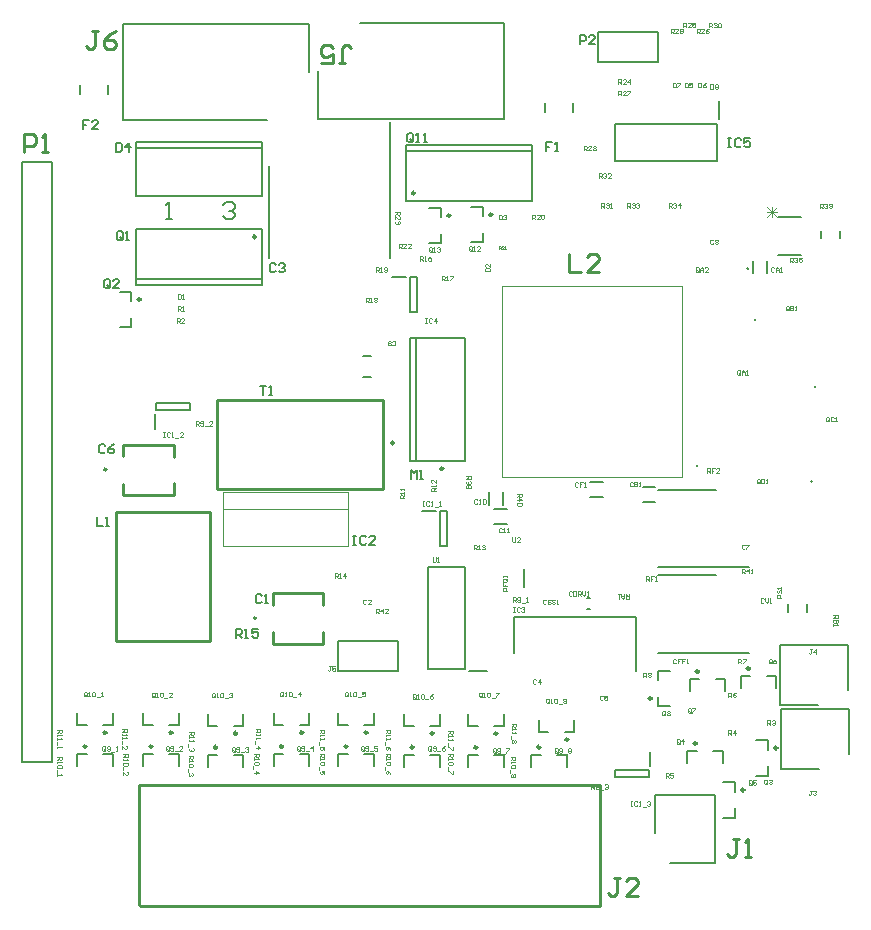
<source format=gto>
G04*
G04 #@! TF.GenerationSoftware,Altium Limited,Altium Designer,19.1.9 (167)*
G04*
G04 Layer_Color=65535*
%FSLAX25Y25*%
%MOIN*%
G70*
G01*
G75*
%ADD10C,0.01000*%
%ADD11C,0.00984*%
%ADD12C,0.00394*%
%ADD13C,0.00787*%
%ADD14C,0.00600*%
%ADD15C,0.00300*%
%ADD16C,0.00591*%
%ADD17C,0.00250*%
%ADD18C,0.00500*%
%ADD19C,0.00200*%
G36*
X244706Y149374D02*
Y149295D01*
X244766Y149151D01*
X244877Y149040D01*
X245022Y148980D01*
X245100D01*
X245178D01*
X245323Y149040D01*
X245434Y149151D01*
X245494Y149295D01*
Y149374D01*
Y149452D01*
X245434Y149597D01*
X245323Y149708D01*
X245178Y149768D01*
X245100D01*
X245022D01*
X244877Y149708D01*
X244766Y149597D01*
X244706Y149452D01*
Y149374D01*
D01*
D02*
G37*
G36*
X283534Y144177D02*
Y144256D01*
X283474Y144400D01*
X283363Y144511D01*
X283219Y144571D01*
X283140D01*
X283062D01*
X282917Y144511D01*
X282806Y144400D01*
X282747Y144256D01*
Y144177D01*
Y144099D01*
X282806Y143954D01*
X282917Y143844D01*
X283062Y143784D01*
X283140D01*
X283219D01*
X283363Y143844D01*
X283474Y143954D01*
X283534Y144099D01*
Y144177D01*
D01*
D02*
G37*
G36*
X284794Y175662D02*
Y175740D01*
X284734Y175885D01*
X284623Y175995D01*
X284478Y176055D01*
X284400D01*
X284322D01*
X284177Y175995D01*
X284066Y175885D01*
X284006Y175740D01*
Y175662D01*
Y175583D01*
X284066Y175439D01*
X284177Y175328D01*
X284322Y175268D01*
X284400D01*
X284478D01*
X284623Y175328D01*
X284734Y175439D01*
X284794Y175583D01*
Y175662D01*
D01*
D02*
G37*
G36*
X264374Y198294D02*
X264296D01*
X264151Y198234D01*
X264040Y198123D01*
X263980Y197978D01*
Y197900D01*
Y197822D01*
X264040Y197677D01*
X264151Y197566D01*
X264296Y197506D01*
X264374D01*
X264452D01*
X264597Y197566D01*
X264708Y197677D01*
X264768Y197822D01*
Y197900D01*
Y197978D01*
X264708Y198123D01*
X264597Y198234D01*
X264452Y198294D01*
X264374D01*
D01*
D02*
G37*
G36*
X262294Y215126D02*
Y215204D01*
X262234Y215349D01*
X262123Y215460D01*
X261978Y215520D01*
X261900D01*
X261822D01*
X261677Y215460D01*
X261566Y215349D01*
X261506Y215204D01*
Y215126D01*
Y215048D01*
X261566Y214903D01*
X261677Y214792D01*
X261822Y214732D01*
X261900D01*
X261978D01*
X262123Y214792D01*
X262234Y214903D01*
X262294Y215048D01*
Y215126D01*
D01*
D02*
G37*
D10*
X143978Y157024D02*
G03*
X143978Y157024I-446J0D01*
G01*
X97961Y98654D02*
G03*
X97961Y98654I-280J0D01*
G01*
X48047Y148153D02*
G03*
X48047Y148153I-280J0D01*
G01*
X85098Y171213D02*
X140217D01*
X85098Y141685D02*
Y171213D01*
Y141685D02*
X140217D01*
Y171213D01*
X212531Y2550D02*
Y43050D01*
X174156Y2550D02*
X212531D01*
X59031Y3050D02*
X59531Y2550D01*
X97407D01*
X59031Y3050D02*
Y43050D01*
X212531D01*
X97407Y2550D02*
X174156D01*
X82768Y134153D02*
X82768D01*
X82768Y90847D02*
Y134153D01*
X51272D02*
X51272D01*
Y90847D02*
Y134153D01*
Y90847D02*
X82768D01*
X51272Y134153D02*
X82768D01*
X103535Y90035D02*
X120465D01*
X103535Y106965D02*
X120465D01*
Y102835D02*
Y106965D01*
Y90035D02*
Y94028D01*
X103535Y90035D02*
Y93968D01*
Y103000D02*
Y106965D01*
X53622Y139535D02*
X70551D01*
X53622Y156465D02*
X70551D01*
Y152335D02*
Y156465D01*
Y139535D02*
Y143528D01*
X53622Y139535D02*
Y143468D01*
Y152500D02*
Y156465D01*
X20650Y253850D02*
Y259848D01*
X23649D01*
X24649Y258848D01*
Y256849D01*
X23649Y255849D01*
X20650D01*
X26648Y253850D02*
X28647D01*
X27648D01*
Y259848D01*
X26648Y258848D01*
X202500Y219998D02*
Y214000D01*
X206499D01*
X212497D02*
X208498D01*
X212497Y217999D01*
Y218998D01*
X211497Y219998D01*
X209498D01*
X208498Y218998D01*
X219330Y11998D02*
X217331D01*
X218331D01*
Y7000D01*
X217331Y6000D01*
X216331D01*
X215332Y7000D01*
X225328Y6000D02*
X221330D01*
X225328Y9999D01*
Y10998D01*
X224329Y11998D01*
X222329D01*
X221330Y10998D01*
X259034Y24902D02*
X257035D01*
X258034D01*
Y19904D01*
X257035Y18904D01*
X256035D01*
X255035Y19904D01*
X261034Y18904D02*
X263033D01*
X262033D01*
Y24902D01*
X261034Y23902D01*
X125775Y283820D02*
X127774D01*
X126775D01*
Y288819D01*
X127774Y289819D01*
X128774D01*
X129774Y288819D01*
X119777Y283820D02*
X123776D01*
Y286820D01*
X121776Y285820D01*
X120776D01*
X119777Y286820D01*
Y288819D01*
X120776Y289819D01*
X122776D01*
X123776Y288819D01*
X45449Y294198D02*
X43449D01*
X44449D01*
Y289200D01*
X43449Y288200D01*
X42450D01*
X41450Y289200D01*
X51447Y294198D02*
X49447Y293198D01*
X47448Y291199D01*
Y289200D01*
X48448Y288200D01*
X50447D01*
X51447Y289200D01*
Y290199D01*
X50447Y291199D01*
X47448D01*
D11*
X192769Y55593D02*
G03*
X192769Y55593I-492J0D01*
G01*
X202112Y58180D02*
G03*
X202112Y58180I-492J0D01*
G01*
X171769Y55557D02*
G03*
X171769Y55557I-492J0D01*
G01*
X178462Y60195D02*
G03*
X178462Y60195I-492J0D01*
G01*
X150509Y55593D02*
G03*
X150509Y55593I-492J0D01*
G01*
X157202Y60230D02*
G03*
X157202Y60230I-492J0D01*
G01*
X128509Y55825D02*
G03*
X128509Y55825I-492J0D01*
G01*
X135202Y60463D02*
G03*
X135202Y60463I-492J0D01*
G01*
X107009Y55860D02*
G03*
X107009Y55860I-492J0D01*
G01*
X113702Y60498D02*
G03*
X113702Y60498I-492J0D01*
G01*
X85009Y55557D02*
G03*
X85009Y55557I-492J0D01*
G01*
X91702Y60195D02*
G03*
X91702Y60195I-492J0D01*
G01*
X63510Y55793D02*
G03*
X63510Y55793I-492J0D01*
G01*
X70202Y60431D02*
G03*
X70202Y60431I-492J0D01*
G01*
X41509Y55793D02*
G03*
X41509Y55793I-492J0D01*
G01*
X48202Y60431D02*
G03*
X48202Y60431I-492J0D01*
G01*
X160492Y148468D02*
G03*
X160492Y148468I-492J0D01*
G01*
X150988Y240276D02*
G03*
X150988Y240276I-492J0D01*
G01*
X176807Y233097D02*
G03*
X176807Y233097I-492J0D01*
G01*
X162807Y232846D02*
G03*
X162807Y232846I-492J0D01*
G01*
X97996Y225724D02*
G03*
X97996Y225724I-492J0D01*
G01*
X59575Y204847D02*
G03*
X59575Y204847I-492J0D01*
G01*
X271811Y55347D02*
G03*
X271811Y55347I-492J0D01*
G01*
X244910Y56807D02*
G03*
X244910Y56807I-492J0D01*
G01*
X260825Y41362D02*
G03*
X260825Y41362I-492J0D01*
G01*
X262650Y81815D02*
G03*
X262650Y81815I-492J0D01*
G01*
X245650Y80815D02*
G03*
X245650Y80815I-492J0D01*
G01*
X229949Y71894D02*
G03*
X229949Y71894I-492J0D01*
G01*
D12*
X180126Y145610D02*
X239968D01*
X180126D02*
Y209390D01*
X239968D01*
Y145610D02*
Y209390D01*
X87045Y135053D02*
X128545D01*
X87045Y122553D02*
Y140553D01*
Y122553D02*
X128545D01*
Y140553D01*
X87045D02*
X128545D01*
D13*
X115769Y280500D02*
Y296500D01*
X53820D02*
X115769D01*
X53820Y264500D02*
Y296500D01*
Y264500D02*
X101667D01*
X118720Y264968D02*
Y280968D01*
Y264968D02*
X180669D01*
Y296969D01*
X132823D02*
X180669D01*
X272752Y69567D02*
X285252D01*
X272752D02*
Y89567D01*
X295252D01*
Y74567D02*
Y89567D01*
X273173Y48496D02*
X285673D01*
X273173D02*
Y68496D01*
X295673D01*
Y53496D02*
Y68496D01*
X231100Y27150D02*
Y39650D01*
X251100D01*
Y17150D02*
Y39650D01*
X236100Y17150D02*
X251100D01*
X142776Y218798D02*
Y264074D01*
X102224Y218798D02*
Y249212D01*
X187315Y109130D02*
Y114839D01*
X232008Y87008D02*
X262323D01*
X232008Y112992D02*
X251496D01*
X232008Y115508D02*
X262323D01*
X232008Y141492D02*
X251496D01*
X20000Y58000D02*
Y250500D01*
Y50500D02*
Y58000D01*
Y50500D02*
X30000D01*
Y250500D01*
X20000D02*
X30000D01*
X268461Y213543D02*
Y217677D01*
X263539Y213543D02*
Y217677D01*
X145500Y81000D02*
Y91000D01*
X125500Y81000D02*
X145500D01*
X125500D02*
Y91000D01*
X145500D01*
X292551Y225319D02*
Y227681D01*
X286449Y225319D02*
Y227681D01*
X281551Y100819D02*
Y103181D01*
X275449Y100819D02*
Y103181D01*
X155201Y81562D02*
X167799D01*
X155201D02*
Y115617D01*
X167799D01*
Y81562D02*
Y115617D01*
X169177Y80834D02*
X175181D01*
X198380Y53034D02*
X201529D01*
Y49097D02*
Y53034D01*
X189718D02*
X192868D01*
X189718Y49097D02*
Y53034D01*
X192368Y60739D02*
X195518D01*
X192368D02*
Y64676D01*
X201029Y60739D02*
X204179D01*
Y64676D01*
X177380Y52998D02*
X180529D01*
Y49061D02*
Y52998D01*
X168718D02*
X171868D01*
X168718Y49061D02*
Y52998D01*
X168718Y62754D02*
X171868D01*
X168718D02*
Y66691D01*
X177380Y62754D02*
X180529D01*
Y66691D01*
X156120Y53034D02*
X159269D01*
Y49097D02*
Y53034D01*
X147458D02*
X150608D01*
X147458Y49097D02*
Y53034D01*
X147458Y62789D02*
X150608D01*
X147458D02*
Y66726D01*
X156120Y62789D02*
X159269D01*
Y66726D01*
X134120Y53266D02*
X137269D01*
Y49329D02*
Y53266D01*
X125458D02*
X128608D01*
X125458Y49329D02*
Y53266D01*
X125458Y63022D02*
X128608D01*
X125458D02*
Y66959D01*
X134120Y63022D02*
X137269D01*
Y66959D01*
X112620Y53301D02*
X115769D01*
Y49364D02*
Y53301D01*
X103958D02*
X107108D01*
X103958Y49364D02*
Y53301D01*
X103958Y63057D02*
X107108D01*
X103958D02*
Y66994D01*
X112620Y63057D02*
X115769D01*
Y66994D01*
X90620Y52998D02*
X93769D01*
Y49061D02*
Y52998D01*
X81958D02*
X85108D01*
X81958Y49061D02*
Y52998D01*
X81958Y62754D02*
X85108D01*
X81958D02*
Y66691D01*
X90620Y62754D02*
X93769D01*
Y66691D01*
X69120Y53234D02*
X72269D01*
Y49297D02*
Y53234D01*
X60458D02*
X63608D01*
X60458Y49297D02*
Y53234D01*
X60458Y62990D02*
X63608D01*
X60458D02*
Y66927D01*
X69120Y62990D02*
X72269D01*
Y66927D01*
X47120Y53234D02*
X50269D01*
Y49297D02*
Y53234D01*
X38458D02*
X41608D01*
X38458Y49297D02*
Y53234D01*
X38458Y62990D02*
X41608D01*
X38458D02*
Y66927D01*
X47120Y62990D02*
X50269D01*
Y66927D01*
X64551Y167898D02*
Y170260D01*
X75968D01*
Y167898D02*
Y170260D01*
X64551Y167898D02*
X75968D01*
X64354Y161795D02*
Y166520D01*
X149419Y212240D02*
X151781D01*
Y200823D02*
Y212240D01*
X149419Y200823D02*
X151781D01*
X149419D02*
Y212240D01*
X143316Y212437D02*
X148041D01*
X133622Y179154D02*
X136378D01*
X133622Y185846D02*
X136378D01*
X209433Y139039D02*
X213567D01*
X209433Y143961D02*
X213567D01*
X226933Y137411D02*
X231067D01*
X226933Y142333D02*
X231067D01*
X177433Y134961D02*
X181567D01*
X177433Y130039D02*
X181567D01*
X175539Y136433D02*
Y140567D01*
X180461Y136433D02*
Y140567D01*
X151457Y151028D02*
Y191972D01*
X149488Y151028D02*
Y191972D01*
X167598Y151028D02*
Y191972D01*
X149488D02*
X167598D01*
X149488Y151028D02*
X167598D01*
X208266Y105173D02*
X209447D01*
X208266Y101827D02*
X209447D01*
X190063Y237717D02*
Y256221D01*
X147937Y237717D02*
Y256221D01*
Y237717D02*
X190063D01*
X147937Y256221D02*
X190063D01*
X147937Y254252D02*
X190063D01*
X173756Y223845D02*
Y226994D01*
X169819Y223845D02*
X173756D01*
Y232506D02*
Y235655D01*
X169819D02*
X173756D01*
X58134Y255433D02*
X99866D01*
X58134Y257402D02*
X99866D01*
X58134Y239291D02*
X99866D01*
X58134D02*
Y257402D01*
X99866Y239291D02*
Y257402D01*
X159756Y223594D02*
Y226744D01*
X155819Y223594D02*
X159756D01*
Y232256D02*
Y235405D01*
X155819D02*
X159756D01*
X203724Y267240D02*
Y270390D01*
X194276Y267240D02*
Y270390D01*
X57937Y209780D02*
Y228284D01*
X100063Y209780D02*
Y228284D01*
X57937D02*
X100063D01*
X57937Y209780D02*
X100063D01*
X57937Y211748D02*
X100063D01*
X48724Y273240D02*
Y276390D01*
X39276Y273240D02*
Y276390D01*
X56524Y195595D02*
Y198744D01*
X52587Y195595D02*
X56524D01*
Y204256D02*
Y207405D01*
X52587D02*
X56524D01*
X183898Y87000D02*
Y99087D01*
X224843D01*
Y80976D02*
Y99087D01*
X268760Y46095D02*
Y49244D01*
X264823Y46095D02*
X268760D01*
Y54756D02*
Y57906D01*
X264823D02*
X268760D01*
X250520Y54248D02*
X253669D01*
Y50311D02*
Y54248D01*
X241858D02*
X245008D01*
X241858Y50311D02*
Y54248D01*
X257774Y32110D02*
Y35260D01*
X253837Y32110D02*
X257774D01*
Y40772D02*
Y43921D01*
X253837D02*
X257774D01*
X268260Y79256D02*
X271410D01*
Y75319D02*
Y79256D01*
X259598D02*
X262748D01*
X259598Y75319D02*
Y79256D01*
X251260Y78256D02*
X254410D01*
Y74319D02*
Y78256D01*
X242598D02*
X245748D01*
X242598Y74319D02*
Y78256D01*
X232016Y77996D02*
Y81146D01*
X235953D01*
X232016Y69335D02*
Y72484D01*
Y69335D02*
X235953D01*
X212000Y284000D02*
Y294000D01*
X232000D01*
Y284000D02*
Y294000D01*
X212000Y284000D02*
X232000D01*
X251727Y250878D02*
Y263476D01*
X217672Y250878D02*
X251727D01*
X217672D02*
Y263476D01*
X251727D01*
X252456Y264854D02*
Y270858D01*
X229157Y45661D02*
Y48024D01*
X217740Y45661D02*
X229157D01*
X217740D02*
Y48024D01*
X229157D01*
X229354Y49402D02*
Y54126D01*
X159423Y134209D02*
X161785D01*
Y122791D02*
Y134209D01*
X159423Y122791D02*
X161785D01*
X159423D02*
Y134209D01*
X153321Y134406D02*
X158045D01*
D14*
X272150Y219800D02*
X279850D01*
X272150Y232200D02*
X279850D01*
D15*
X268400Y235606D02*
X271732Y232273D01*
X268400D02*
X271732Y235606D01*
X268400Y233939D02*
X271732D01*
X270066Y232273D02*
Y235606D01*
X123000Y82499D02*
X122500D01*
X122750D01*
Y81250D01*
X122500Y81000D01*
X122250D01*
X122000Y81250D01*
X124499Y82499D02*
X123500D01*
Y81750D01*
X123999Y82000D01*
X124249D01*
X124499Y81750D01*
Y81250D01*
X124249Y81000D01*
X123749D01*
X123500Y81250D01*
X235531Y235480D02*
Y236980D01*
X236281D01*
X236531Y236730D01*
Y236230D01*
X236281Y235980D01*
X235531D01*
X236031D02*
X236531Y235480D01*
X237031Y236730D02*
X237281Y236980D01*
X237781D01*
X238031Y236730D01*
Y236480D01*
X237781Y236230D01*
X237531D01*
X237781D01*
X238031Y235980D01*
Y235730D01*
X237781Y235480D01*
X237281D01*
X237031Y235730D01*
X239280Y235480D02*
Y236980D01*
X238530Y236230D01*
X239530D01*
X221777Y235478D02*
Y236978D01*
X222526D01*
X222776Y236728D01*
Y236228D01*
X222526Y235978D01*
X221777D01*
X222276D02*
X222776Y235478D01*
X223276Y236728D02*
X223526Y236978D01*
X224026D01*
X224276Y236728D01*
Y236478D01*
X224026Y236228D01*
X223776D01*
X224026D01*
X224276Y235978D01*
Y235728D01*
X224026Y235478D01*
X223526D01*
X223276Y235728D01*
X224776Y236728D02*
X225026Y236978D01*
X225525D01*
X225775Y236728D01*
Y236478D01*
X225525Y236228D01*
X225275D01*
X225525D01*
X225775Y235978D01*
Y235728D01*
X225525Y235478D01*
X225026D01*
X224776Y235728D01*
X212200Y245400D02*
Y246900D01*
X212950D01*
X213200Y246650D01*
Y246150D01*
X212950Y245900D01*
X212200D01*
X212700D02*
X213200Y245400D01*
X213700Y246650D02*
X213949Y246900D01*
X214449D01*
X214699Y246650D01*
Y246400D01*
X214449Y246150D01*
X214199D01*
X214449D01*
X214699Y245900D01*
Y245650D01*
X214449Y245400D01*
X213949D01*
X213700Y245650D01*
X216199Y245400D02*
X215199D01*
X216199Y246400D01*
Y246650D01*
X215949Y246900D01*
X215449D01*
X215199Y246650D01*
X213185Y235478D02*
Y236978D01*
X213935D01*
X214185Y236728D01*
Y236228D01*
X213935Y235978D01*
X213185D01*
X213685D02*
X214185Y235478D01*
X214685Y236728D02*
X214934Y236978D01*
X215434D01*
X215684Y236728D01*
Y236478D01*
X215434Y236228D01*
X215184D01*
X215434D01*
X215684Y235978D01*
Y235728D01*
X215434Y235478D01*
X214934D01*
X214685Y235728D01*
X216184Y235478D02*
X216684D01*
X216434D01*
Y236978D01*
X216184Y236728D01*
X236264Y293600D02*
Y295099D01*
X237014D01*
X237263Y294850D01*
Y294350D01*
X237014Y294100D01*
X236264D01*
X236764D02*
X237263Y293600D01*
X238763D02*
X237763D01*
X238763Y294600D01*
Y294850D01*
X238513Y295099D01*
X238013D01*
X237763Y294850D01*
X239263Y293850D02*
X239513Y293600D01*
X240013D01*
X240263Y293850D01*
Y294850D01*
X240013Y295099D01*
X239513D01*
X239263Y294850D01*
Y294600D01*
X239513Y294350D01*
X240263D01*
X207300Y254500D02*
Y255999D01*
X208050D01*
X208300Y255750D01*
Y255250D01*
X208050Y255000D01*
X207300D01*
X207800D02*
X208300Y254500D01*
X209799D02*
X208800D01*
X209799Y255500D01*
Y255750D01*
X209549Y255999D01*
X209049D01*
X208800Y255750D01*
X210299D02*
X210549Y255999D01*
X211049D01*
X211299Y255750D01*
Y255500D01*
X211049Y255250D01*
X211299Y255000D01*
Y254750D01*
X211049Y254500D01*
X210549D01*
X210299Y254750D01*
Y255000D01*
X210549Y255250D01*
X210299Y255500D01*
Y255750D01*
X210549Y255250D02*
X211049D01*
X218822Y272889D02*
Y274389D01*
X219571D01*
X219822Y274139D01*
Y273639D01*
X219571Y273389D01*
X218822D01*
X219322D02*
X219822Y272889D01*
X221321D02*
X220321D01*
X221321Y273889D01*
Y274139D01*
X221071Y274389D01*
X220571D01*
X220321Y274139D01*
X221821Y274389D02*
X222820D01*
Y274139D01*
X221821Y273139D01*
Y272889D01*
X244900Y293600D02*
Y295099D01*
X245650D01*
X245900Y294850D01*
Y294350D01*
X245650Y294100D01*
X244900D01*
X245400D02*
X245900Y293600D01*
X247399D02*
X246399D01*
X247399Y294600D01*
Y294850D01*
X247149Y295099D01*
X246649D01*
X246399Y294850D01*
X248899Y295099D02*
X248399Y294850D01*
X247899Y294350D01*
Y293850D01*
X248149Y293600D01*
X248649D01*
X248899Y293850D01*
Y294100D01*
X248649Y294350D01*
X247899D01*
X240500Y295600D02*
Y297099D01*
X241250D01*
X241500Y296850D01*
Y296350D01*
X241250Y296100D01*
X240500D01*
X241000D02*
X241500Y295600D01*
X242999D02*
X242000D01*
X242999Y296600D01*
Y296850D01*
X242749Y297099D01*
X242249D01*
X242000Y296850D01*
X244499Y297099D02*
X243499D01*
Y296350D01*
X243999Y296600D01*
X244249D01*
X244499Y296350D01*
Y295850D01*
X244249Y295600D01*
X243749D01*
X243499Y295850D01*
X218822Y276678D02*
Y278178D01*
X219571D01*
X219822Y277928D01*
Y277428D01*
X219571Y277178D01*
X218822D01*
X219322D02*
X219822Y276678D01*
X221321D02*
X220321D01*
X221321Y277678D01*
Y277928D01*
X221071Y278178D01*
X220571D01*
X220321Y277928D01*
X222571Y276678D02*
Y278178D01*
X221821Y277428D01*
X222820D01*
X190100Y231618D02*
Y233118D01*
X190850D01*
X191100Y232868D01*
Y232368D01*
X190850Y232118D01*
X190100D01*
X190600D02*
X191100Y231618D01*
X192599D02*
X191600D01*
X192599Y232618D01*
Y232868D01*
X192349Y233118D01*
X191849D01*
X191600Y232868D01*
X193099D02*
X193349Y233118D01*
X193849D01*
X194099Y232868D01*
Y231868D01*
X193849Y231618D01*
X193349D01*
X193099Y231868D01*
Y232868D01*
X124216Y112000D02*
Y113499D01*
X124966D01*
X125216Y113250D01*
Y112750D01*
X124966Y112500D01*
X124216D01*
X124716D02*
X125216Y112000D01*
X125716D02*
X126216D01*
X125966D01*
Y113499D01*
X125716Y113250D01*
X127715Y112000D02*
Y113499D01*
X126966Y112750D01*
X127965D01*
X137950Y100300D02*
Y101799D01*
X138700D01*
X138950Y101550D01*
Y101050D01*
X138700Y100800D01*
X137950D01*
X138450D02*
X138950Y100300D01*
X140199D02*
Y101799D01*
X139450Y101050D01*
X140449D01*
X141949Y100300D02*
X140949D01*
X141949Y101300D01*
Y101550D01*
X141699Y101799D01*
X141199D01*
X140949Y101550D01*
X183246Y63496D02*
X184746D01*
Y62746D01*
X184496Y62496D01*
X183996D01*
X183746Y62746D01*
Y63496D01*
Y62996D02*
X183246Y62496D01*
Y61997D02*
Y61497D01*
Y61747D01*
X184746D01*
X184496Y61997D01*
X183246Y60747D02*
Y60247D01*
Y60497D01*
X184746D01*
X184496Y60747D01*
X182996Y59497D02*
Y58498D01*
X184496Y57998D02*
X184746Y57748D01*
Y57248D01*
X184496Y56998D01*
X184246D01*
X183996Y57248D01*
X183746Y56998D01*
X183496D01*
X183246Y57248D01*
Y57748D01*
X183496Y57998D01*
X183746D01*
X183996Y57748D01*
X184246Y57998D01*
X184496D01*
X183996Y57748D02*
Y57248D01*
X134759Y104529D02*
X134510Y104779D01*
X134010D01*
X133760Y104529D01*
Y103529D01*
X134010Y103279D01*
X134510D01*
X134759Y103529D01*
X136259Y103279D02*
X135259D01*
X136259Y104279D01*
Y104529D01*
X136009Y104779D01*
X135509D01*
X135259Y104529D01*
D16*
X68016Y231516D02*
X69984D01*
X69000D01*
Y237419D01*
X68016Y236435D01*
X87032D02*
X88015Y237419D01*
X89983D01*
X90967Y236435D01*
Y235451D01*
X89983Y234468D01*
X88999D01*
X89983D01*
X90967Y233484D01*
Y232500D01*
X89983Y231516D01*
X88015D01*
X87032Y232500D01*
D17*
X158000Y141000D02*
X156500D01*
Y141750D01*
X156750Y142000D01*
X157250D01*
X157500Y141750D01*
Y141000D01*
Y141500D02*
X158000Y142000D01*
Y142499D02*
Y142999D01*
Y142749D01*
X156500D01*
X156750Y142499D01*
X158000Y144749D02*
Y143749D01*
X157000Y144749D01*
X156750D01*
X156500Y144499D01*
Y143999D01*
X156750Y143749D01*
X147500Y138500D02*
X146001D01*
Y139250D01*
X146250Y139500D01*
X146750D01*
X147000Y139250D01*
Y138500D01*
Y139000D02*
X147500Y139500D01*
Y139999D02*
Y140499D01*
Y140249D01*
X146001D01*
X146250Y139999D01*
X147500Y141249D02*
Y141749D01*
Y141499D01*
X146001D01*
X146250Y141249D01*
X289050Y164450D02*
Y165450D01*
X288800Y165700D01*
X288300D01*
X288050Y165450D01*
Y164450D01*
X288300Y164200D01*
X288800D01*
X288550Y164700D02*
X289050Y164200D01*
X288800D02*
X289050Y164450D01*
X290549Y165450D02*
X290299Y165700D01*
X289799D01*
X289549Y165450D01*
Y164450D01*
X289799Y164200D01*
X290299D01*
X290549Y164450D01*
X291049Y164200D02*
X291549D01*
X291299D01*
Y165700D01*
X291049Y165450D01*
X270739Y215285D02*
X270489Y215535D01*
X269989D01*
X269739Y215285D01*
Y214285D01*
X269989Y214035D01*
X270489D01*
X270739Y214285D01*
X271239Y214035D02*
Y215035D01*
X271739Y215535D01*
X272239Y215035D01*
Y214035D01*
Y214785D01*
X271239D01*
X272738Y214035D02*
X273238D01*
X272988D01*
Y215535D01*
X272738Y215285D01*
X183500Y125578D02*
Y124329D01*
X183750Y124079D01*
X184250D01*
X184500Y124329D01*
Y125578D01*
X185999Y124079D02*
X185000D01*
X185999Y125078D01*
Y125328D01*
X185749Y125578D01*
X185249D01*
X185000Y125328D01*
X156864Y118861D02*
Y117611D01*
X157114Y117361D01*
X157614D01*
X157863Y117611D01*
Y118861D01*
X158363Y117361D02*
X158863D01*
X158613D01*
Y118861D01*
X158363Y118611D01*
X273164Y105442D02*
X271664D01*
Y106192D01*
X271914Y106442D01*
X272414D01*
X272664Y106192D01*
Y105442D01*
Y105942D02*
X273164Y106442D01*
X271914Y107941D02*
X271664Y107691D01*
Y107192D01*
X271914Y106942D01*
X272164D01*
X272414Y107192D01*
Y107691D01*
X272664Y107941D01*
X272914D01*
X273164Y107691D01*
Y107192D01*
X272914Y106942D01*
X273164Y108441D02*
Y108941D01*
Y108691D01*
X271664D01*
X271914Y108441D01*
X181767Y107819D02*
X180267D01*
Y108569D01*
X180517Y108819D01*
X181017D01*
X181267Y108569D01*
Y107819D01*
Y108319D02*
X181767Y108819D01*
X180267Y110318D02*
Y109318D01*
X181017D01*
Y109818D01*
Y109318D01*
X181767D01*
X181517Y111818D02*
X180517D01*
X180267Y111568D01*
Y111068D01*
X180517Y110818D01*
X181517D01*
X181767Y111068D01*
Y111568D01*
X181267Y111318D02*
X181767Y111818D01*
Y111568D02*
X181517Y111818D01*
X181767Y112318D02*
Y112817D01*
Y112567D01*
X180267D01*
X180517Y112318D01*
X248504Y147000D02*
Y148500D01*
X249254D01*
X249504Y148250D01*
Y147750D01*
X249254Y147500D01*
X248504D01*
X249004D02*
X249504Y147000D01*
X251003Y148500D02*
X250004D01*
Y147750D01*
X250503D01*
X250004D01*
Y147000D01*
X252503D02*
X251503D01*
X252503Y148000D01*
Y148250D01*
X252253Y148500D01*
X251753D01*
X251503Y148250D01*
X228063Y111076D02*
Y112576D01*
X228813D01*
X229063Y112326D01*
Y111826D01*
X228813Y111576D01*
X228063D01*
X228563D02*
X229063Y111076D01*
X230562Y112576D02*
X229562D01*
Y111826D01*
X230062D01*
X229562D01*
Y111076D01*
X231062D02*
X231562D01*
X231312D01*
Y112576D01*
X231062Y112326D01*
X290500Y99500D02*
X292000D01*
Y98750D01*
X291750Y98500D01*
X291250D01*
X291000Y98750D01*
Y99500D01*
Y99000D02*
X290500Y98500D01*
X292000Y98001D02*
X290500D01*
Y97251D01*
X290750Y97001D01*
X291000D01*
X291250Y97251D01*
Y98001D01*
Y97251D01*
X291500Y97001D01*
X291750D01*
X292000Y97251D01*
Y98001D01*
X290500Y96501D02*
Y96001D01*
Y96251D01*
X292000D01*
X291750Y96501D01*
X222212Y106610D02*
Y105110D01*
X221462D01*
X221212Y105360D01*
Y105860D01*
X221462Y106110D01*
X222212D01*
X221712D02*
X221212Y106610D01*
X220712D02*
Y105610D01*
X220212Y105110D01*
X219712Y105610D01*
Y106610D01*
Y105860D01*
X220712D01*
X219212Y106610D02*
X218713D01*
X218963D01*
Y105110D01*
X219212Y105360D01*
X259996Y113556D02*
Y115055D01*
X260746D01*
X260996Y114805D01*
Y114305D01*
X260746Y114055D01*
X259996D01*
X260496D02*
X260996Y113556D01*
X262245D02*
Y115055D01*
X261496Y114305D01*
X262495D01*
X262995Y113556D02*
X263495D01*
X263245D01*
Y115055D01*
X262995Y114805D01*
X185031Y140124D02*
X186531D01*
Y139374D01*
X186281Y139124D01*
X185781D01*
X185531Y139374D01*
Y140124D01*
Y139624D02*
X185031Y139124D01*
Y137875D02*
X186531D01*
X185781Y138625D01*
Y137625D01*
X186281Y137125D02*
X186531Y136875D01*
Y136375D01*
X186281Y136125D01*
X185281D01*
X185031Y136375D01*
Y136875D01*
X185281Y137125D01*
X186281D01*
X286000Y235322D02*
Y236822D01*
X286750D01*
X287000Y236572D01*
Y236072D01*
X286750Y235822D01*
X286000D01*
X286500D02*
X287000Y235322D01*
X287499Y236572D02*
X287749Y236822D01*
X288249D01*
X288499Y236572D01*
Y236322D01*
X288249Y236072D01*
X287999D01*
X288249D01*
X288499Y235822D01*
Y235572D01*
X288249Y235322D01*
X287749D01*
X287499Y235572D01*
X288999D02*
X289249Y235322D01*
X289749D01*
X289999Y235572D01*
Y236572D01*
X289749Y236822D01*
X289249D01*
X288999Y236572D01*
Y236322D01*
X289249Y236072D01*
X289999D01*
X168096Y145877D02*
X169596D01*
Y145127D01*
X169346Y144877D01*
X168846D01*
X168596Y145127D01*
Y145877D01*
Y145377D02*
X168096Y144877D01*
X169346Y144377D02*
X169596Y144127D01*
Y143627D01*
X169346Y143377D01*
X169096D01*
X168846Y143627D01*
Y143877D01*
Y143627D01*
X168596Y143377D01*
X168346D01*
X168096Y143627D01*
Y144127D01*
X168346Y144377D01*
X169346Y142877D02*
X169596Y142628D01*
Y142128D01*
X169346Y141878D01*
X169096D01*
X168846Y142128D01*
X168596Y141878D01*
X168346D01*
X168096Y142128D01*
Y142628D01*
X168346Y142877D01*
X168596D01*
X168846Y142628D01*
X169096Y142877D01*
X169346D01*
X168846Y142628D02*
Y142128D01*
X276000Y217270D02*
Y218770D01*
X276750D01*
X277000Y218520D01*
Y218020D01*
X276750Y217770D01*
X276000D01*
X276500D02*
X277000Y217270D01*
X277500Y218520D02*
X277749Y218770D01*
X278249D01*
X278499Y218520D01*
Y218270D01*
X278249Y218020D01*
X277999D01*
X278249D01*
X278499Y217770D01*
Y217520D01*
X278249Y217270D01*
X277749D01*
X277500Y217520D01*
X279999Y218770D02*
X278999D01*
Y218020D01*
X279499Y218270D01*
X279749D01*
X279999Y218020D01*
Y217520D01*
X279749Y217270D01*
X279249D01*
X278999Y217520D01*
X249100Y295500D02*
Y297000D01*
X249850D01*
X250100Y296750D01*
Y296250D01*
X249850Y296000D01*
X249100D01*
X249600D02*
X250100Y295500D01*
X250600Y296750D02*
X250849Y297000D01*
X251349D01*
X251599Y296750D01*
Y296500D01*
X251349Y296250D01*
X251099D01*
X251349D01*
X251599Y296000D01*
Y295750D01*
X251349Y295500D01*
X250849D01*
X250600Y295750D01*
X252099Y296750D02*
X252349Y297000D01*
X252849D01*
X253099Y296750D01*
Y295750D01*
X252849Y295500D01*
X252349D01*
X252099Y295750D01*
Y296750D01*
X144500Y234000D02*
X146000D01*
Y233250D01*
X145750Y233000D01*
X145250D01*
X145000Y233250D01*
Y234000D01*
Y233500D02*
X144500Y233000D01*
Y231501D02*
Y232501D01*
X145500Y231501D01*
X145750D01*
X146000Y231751D01*
Y232251D01*
X145750Y232501D01*
Y231001D02*
X146000Y230751D01*
Y230251D01*
X145750Y230001D01*
X145500D01*
X145250Y230251D01*
Y230501D01*
Y230251D01*
X145000Y230001D01*
X144750D01*
X144500Y230251D01*
Y230751D01*
X144750Y231001D01*
X145679Y221953D02*
Y223452D01*
X146428D01*
X146678Y223202D01*
Y222703D01*
X146428Y222453D01*
X145679D01*
X146178D02*
X146678Y221953D01*
X148178D02*
X147178D01*
X148178Y222952D01*
Y223202D01*
X147928Y223452D01*
X147428D01*
X147178Y223202D01*
X149677Y221953D02*
X148678D01*
X149677Y222952D01*
Y223202D01*
X149427Y223452D01*
X148927D01*
X148678Y223202D01*
X179000Y221602D02*
Y222602D01*
X179500D01*
X179666Y222435D01*
Y222102D01*
X179500Y221936D01*
X179000D01*
X179333D02*
X179666Y221602D01*
X180666D02*
X180000D01*
X180666Y222269D01*
Y222435D01*
X180499Y222602D01*
X180166D01*
X180000Y222435D01*
X180999Y221602D02*
X181333D01*
X181166D01*
Y222602D01*
X180999Y222435D01*
X138000Y214000D02*
Y215499D01*
X138750D01*
X139000Y215250D01*
Y214750D01*
X138750Y214500D01*
X138000D01*
X138500D02*
X139000Y214000D01*
X139499D02*
X139999D01*
X139749D01*
Y215499D01*
X139499Y215250D01*
X140749Y214250D02*
X140999Y214000D01*
X141499D01*
X141749Y214250D01*
Y215250D01*
X141499Y215499D01*
X140999D01*
X140749Y215250D01*
Y215000D01*
X140999Y214750D01*
X141749D01*
X134614Y203969D02*
Y205468D01*
X135364D01*
X135614Y205218D01*
Y204718D01*
X135364Y204468D01*
X134614D01*
X135114D02*
X135614Y203969D01*
X136114D02*
X136614D01*
X136364D01*
Y205468D01*
X136114Y205218D01*
X137363D02*
X137613Y205468D01*
X138113D01*
X138363Y205218D01*
Y204968D01*
X138113Y204718D01*
X138363Y204468D01*
Y204218D01*
X138113Y203969D01*
X137613D01*
X137363Y204218D01*
Y204468D01*
X137613Y204718D01*
X137363Y204968D01*
Y205218D01*
X137613Y204718D02*
X138113D01*
X160000Y211203D02*
Y212703D01*
X160750D01*
X161000Y212453D01*
Y211953D01*
X160750Y211703D01*
X160000D01*
X160500D02*
X161000Y211203D01*
X161500D02*
X161999D01*
X161749D01*
Y212703D01*
X161500Y212453D01*
X162749Y212703D02*
X163749D01*
Y212453D01*
X162749Y211453D01*
Y211203D01*
X152768Y217812D02*
Y219312D01*
X153517D01*
X153767Y219062D01*
Y218562D01*
X153517Y218312D01*
X152768D01*
X153268D02*
X153767Y217812D01*
X154267D02*
X154767D01*
X154517D01*
Y219312D01*
X154267Y219062D01*
X156517Y219312D02*
X156017Y219062D01*
X155517Y218562D01*
Y218062D01*
X155767Y217812D01*
X156267D01*
X156517Y218062D01*
Y218312D01*
X156267Y218562D01*
X155517D01*
X170553Y121500D02*
Y123000D01*
X171303D01*
X171553Y122750D01*
Y122250D01*
X171303Y122000D01*
X170553D01*
X171053D02*
X171553Y121500D01*
X172053D02*
X172553D01*
X172303D01*
Y123000D01*
X172053Y122750D01*
X173302D02*
X173552Y123000D01*
X174052D01*
X174302Y122750D01*
Y122500D01*
X174052Y122250D01*
X173802D01*
X174052D01*
X174302Y122000D01*
Y121750D01*
X174052Y121500D01*
X173552D01*
X173302Y121750D01*
X162120Y61089D02*
X163620D01*
Y60339D01*
X163370Y60089D01*
X162870D01*
X162620Y60339D01*
Y61089D01*
Y60589D02*
X162120Y60089D01*
Y59589D02*
Y59089D01*
Y59339D01*
X163620D01*
X163370Y59589D01*
X162120Y58339D02*
Y57840D01*
Y58090D01*
X163620D01*
X163370Y58339D01*
X161871Y57090D02*
Y56090D01*
X163620Y55590D02*
Y54591D01*
X163370D01*
X162370Y55590D01*
X162120D01*
X141344Y61278D02*
X142843D01*
Y60528D01*
X142593Y60278D01*
X142094D01*
X141844Y60528D01*
Y61278D01*
Y60778D02*
X141344Y60278D01*
Y59778D02*
Y59278D01*
Y59528D01*
X142843D01*
X142593Y59778D01*
X141344Y58528D02*
Y58029D01*
Y58279D01*
X142843D01*
X142593Y58528D01*
X141094Y57279D02*
Y56279D01*
X142843Y54780D02*
X142593Y55279D01*
X142094Y55779D01*
X141594D01*
X141344Y55529D01*
Y55030D01*
X141594Y54780D01*
X141844D01*
X142094Y55030D01*
Y55779D01*
X119301Y61313D02*
X120800D01*
Y60563D01*
X120550Y60313D01*
X120051D01*
X119801Y60563D01*
Y61313D01*
Y60813D02*
X119301Y60313D01*
Y59813D02*
Y59314D01*
Y59563D01*
X120800D01*
X120550Y59813D01*
X119301Y58564D02*
Y58064D01*
Y58314D01*
X120800D01*
X120550Y58564D01*
X119051Y57314D02*
Y56315D01*
X120800Y54815D02*
Y55815D01*
X120051D01*
X120300Y55315D01*
Y55065D01*
X120051Y54815D01*
X119551D01*
X119301Y55065D01*
Y55565D01*
X119551Y55815D01*
X98010Y61514D02*
X99509D01*
Y60764D01*
X99259Y60514D01*
X98759D01*
X98509Y60764D01*
Y61514D01*
Y61014D02*
X98010Y60514D01*
Y60014D02*
Y59514D01*
Y59764D01*
X99509D01*
X99259Y60014D01*
X98010Y58765D02*
Y58265D01*
Y58515D01*
X99509D01*
X99259Y58765D01*
X97759Y57515D02*
Y56515D01*
X98010Y55266D02*
X99509D01*
X98759Y56015D01*
Y55016D01*
X75709Y60821D02*
X77209D01*
Y60071D01*
X76959Y59821D01*
X76459D01*
X76209Y60071D01*
Y60821D01*
Y60321D02*
X75709Y59821D01*
Y59321D02*
Y58821D01*
Y59071D01*
X77209D01*
X76959Y59321D01*
X75709Y58072D02*
Y57572D01*
Y57822D01*
X77209D01*
X76959Y58072D01*
X75459Y56822D02*
Y55822D01*
X76959Y55323D02*
X77209Y55073D01*
Y54573D01*
X76959Y54323D01*
X76709D01*
X76459Y54573D01*
Y54823D01*
Y54573D01*
X76209Y54323D01*
X75959D01*
X75709Y54573D01*
Y55073D01*
X75959Y55323D01*
X53509Y61581D02*
X55009D01*
Y60831D01*
X54759Y60581D01*
X54259D01*
X54009Y60831D01*
Y61581D01*
Y61081D02*
X53509Y60581D01*
Y60081D02*
Y59581D01*
Y59831D01*
X55009D01*
X54759Y60081D01*
X53509Y58832D02*
Y58332D01*
Y58582D01*
X55009D01*
X54759Y58832D01*
X53259Y57582D02*
Y56582D01*
X53509Y55083D02*
Y56082D01*
X54509Y55083D01*
X54759D01*
X55009Y55333D01*
Y55832D01*
X54759Y56082D01*
X31819Y61278D02*
X33319D01*
Y60528D01*
X33069Y60278D01*
X32569D01*
X32319Y60528D01*
Y61278D01*
Y60778D02*
X31819Y60278D01*
Y59778D02*
Y59278D01*
Y59528D01*
X33319D01*
X33069Y59778D01*
X31819Y58528D02*
Y58029D01*
Y58279D01*
X33319D01*
X33069Y58528D01*
X31569Y57279D02*
Y56279D01*
X31819Y55779D02*
Y55279D01*
Y55529D01*
X33319D01*
X33069Y55779D01*
X183009Y52281D02*
X184509D01*
Y51532D01*
X184259Y51282D01*
X183759D01*
X183509Y51532D01*
Y52281D01*
Y51782D02*
X183009Y51282D01*
Y50782D02*
Y50282D01*
Y50532D01*
X184509D01*
X184259Y50782D01*
Y49532D02*
X184509Y49283D01*
Y48783D01*
X184259Y48533D01*
X183259D01*
X183009Y48783D01*
Y49283D01*
X183259Y49532D01*
X184259D01*
X182759Y48033D02*
Y47033D01*
X184259Y46533D02*
X184509Y46283D01*
Y45784D01*
X184259Y45534D01*
X184009D01*
X183759Y45784D01*
X183509Y45534D01*
X183259D01*
X183009Y45784D01*
Y46283D01*
X183259Y46533D01*
X183509D01*
X183759Y46283D01*
X184009Y46533D01*
X184259D01*
X183759Y46283D02*
Y45784D01*
X162120Y53332D02*
X163620D01*
Y52582D01*
X163370Y52332D01*
X162870D01*
X162620Y52582D01*
Y53332D01*
Y52832D02*
X162120Y52332D01*
Y51832D02*
Y51332D01*
Y51582D01*
X163620D01*
X163370Y51832D01*
Y50582D02*
X163620Y50332D01*
Y49833D01*
X163370Y49583D01*
X162370D01*
X162120Y49833D01*
Y50332D01*
X162370Y50582D01*
X163370D01*
X161871Y49083D02*
Y48083D01*
X163620Y47583D02*
Y46584D01*
X163370D01*
X162370Y47583D01*
X162120D01*
X141344Y53332D02*
X142843D01*
Y52582D01*
X142593Y52332D01*
X142094D01*
X141844Y52582D01*
Y53332D01*
Y52832D02*
X141344Y52332D01*
Y51832D02*
Y51332D01*
Y51582D01*
X142843D01*
X142593Y51832D01*
Y50582D02*
X142843Y50332D01*
Y49833D01*
X142593Y49583D01*
X141594D01*
X141344Y49833D01*
Y50332D01*
X141594Y50582D01*
X142593D01*
X141094Y49083D02*
Y48083D01*
X142843Y46584D02*
X142593Y47084D01*
X142094Y47583D01*
X141594D01*
X141344Y47333D01*
Y46834D01*
X141594Y46584D01*
X141844D01*
X142094Y46834D01*
Y47583D01*
X119301Y53332D02*
X120800D01*
Y52582D01*
X120550Y52332D01*
X120051D01*
X119801Y52582D01*
Y53332D01*
Y52832D02*
X119301Y52332D01*
Y51832D02*
Y51332D01*
Y51582D01*
X120800D01*
X120550Y51832D01*
Y50582D02*
X120800Y50332D01*
Y49833D01*
X120550Y49583D01*
X119551D01*
X119301Y49833D01*
Y50332D01*
X119551Y50582D01*
X120550D01*
X119051Y49083D02*
Y48083D01*
X120800Y46584D02*
Y47583D01*
X120051D01*
X120300Y47084D01*
Y46834D01*
X120051Y46584D01*
X119551D01*
X119301Y46834D01*
Y47333D01*
X119551Y47583D01*
X97409Y53478D02*
X98909D01*
Y52728D01*
X98659Y52478D01*
X98159D01*
X97909Y52728D01*
Y53478D01*
Y52978D02*
X97409Y52478D01*
Y51978D02*
Y51478D01*
Y51728D01*
X98909D01*
X98659Y51978D01*
Y50728D02*
X98909Y50479D01*
Y49979D01*
X98659Y49729D01*
X97659D01*
X97409Y49979D01*
Y50479D01*
X97659Y50728D01*
X98659D01*
X97159Y49229D02*
Y48229D01*
X97409Y46980D02*
X98909D01*
X98159Y47729D01*
Y46730D01*
X75609Y52678D02*
X77109D01*
Y51928D01*
X76859Y51678D01*
X76359D01*
X76109Y51928D01*
Y52678D01*
Y52178D02*
X75609Y51678D01*
Y51178D02*
Y50678D01*
Y50928D01*
X77109D01*
X76859Y51178D01*
Y49928D02*
X77109Y49679D01*
Y49179D01*
X76859Y48929D01*
X75859D01*
X75609Y49179D01*
Y49679D01*
X75859Y49928D01*
X76859D01*
X75359Y48429D02*
Y47429D01*
X76859Y46929D02*
X77109Y46679D01*
Y46180D01*
X76859Y45930D01*
X76609D01*
X76359Y46180D01*
Y46430D01*
Y46180D01*
X76109Y45930D01*
X75859D01*
X75609Y46180D01*
Y46679D01*
X75859Y46929D01*
X53809Y53178D02*
X55309D01*
Y52428D01*
X55059Y52178D01*
X54559D01*
X54309Y52428D01*
Y53178D01*
Y52678D02*
X53809Y52178D01*
Y51678D02*
Y51178D01*
Y51428D01*
X55309D01*
X55059Y51678D01*
Y50428D02*
X55309Y50178D01*
Y49679D01*
X55059Y49429D01*
X54059D01*
X53809Y49679D01*
Y50178D01*
X54059Y50428D01*
X55059D01*
X53559Y48929D02*
Y47929D01*
X53809Y46430D02*
Y47429D01*
X54809Y46430D01*
X55059D01*
X55309Y46680D01*
Y47179D01*
X55059Y47429D01*
X31819Y52281D02*
X33319D01*
Y51532D01*
X33069Y51282D01*
X32569D01*
X32319Y51532D01*
Y52281D01*
Y51782D02*
X31819Y51282D01*
Y50782D02*
Y50282D01*
Y50532D01*
X33319D01*
X33069Y50782D01*
Y49532D02*
X33319Y49283D01*
Y48783D01*
X33069Y48533D01*
X32069D01*
X31819Y48783D01*
Y49283D01*
X32069Y49532D01*
X33069D01*
X31569Y48033D02*
Y47033D01*
X31819Y46533D02*
Y46033D01*
Y46283D01*
X33319D01*
X33069Y46533D01*
X209713Y41740D02*
Y43240D01*
X210462D01*
X210712Y42990D01*
Y42490D01*
X210462Y42240D01*
X209713D01*
X210212D02*
X210712Y41740D01*
X211212Y41990D02*
X211462Y41740D01*
X211962D01*
X212212Y41990D01*
Y42990D01*
X211962Y43240D01*
X211462D01*
X211212Y42990D01*
Y42740D01*
X211462Y42490D01*
X212212D01*
X212712Y41490D02*
X213711D01*
X214211Y42990D02*
X214461Y43240D01*
X214961D01*
X215211Y42990D01*
Y42740D01*
X214961Y42490D01*
X214711D01*
X214961D01*
X215211Y42240D01*
Y41990D01*
X214961Y41740D01*
X214461D01*
X214211Y41990D01*
X78000Y162800D02*
Y164299D01*
X78750D01*
X79000Y164050D01*
Y163550D01*
X78750Y163300D01*
X78000D01*
X78500D02*
X79000Y162800D01*
X79500Y163050D02*
X79749Y162800D01*
X80249D01*
X80499Y163050D01*
Y164050D01*
X80249Y164299D01*
X79749D01*
X79500Y164050D01*
Y163800D01*
X79749Y163550D01*
X80499D01*
X80999Y162550D02*
X81999D01*
X83498Y162800D02*
X82499D01*
X83498Y163800D01*
Y164050D01*
X83248Y164299D01*
X82749D01*
X82499Y164050D01*
X183646Y104000D02*
Y105499D01*
X184395D01*
X184645Y105250D01*
Y104750D01*
X184395Y104500D01*
X183646D01*
X184145D02*
X184645Y104000D01*
X185145Y104250D02*
X185395Y104000D01*
X185895D01*
X186145Y104250D01*
Y105250D01*
X185895Y105499D01*
X185395D01*
X185145Y105250D01*
Y105000D01*
X185395Y104750D01*
X186145D01*
X186645Y103750D02*
X187644D01*
X188144Y104000D02*
X188644D01*
X188394D01*
Y105499D01*
X188144Y105250D01*
X227189Y78980D02*
Y80480D01*
X227939D01*
X228189Y80230D01*
Y79730D01*
X227939Y79480D01*
X227189D01*
X227689D02*
X228189Y78980D01*
X228689Y80230D02*
X228938Y80480D01*
X229438D01*
X229688Y80230D01*
Y79980D01*
X229438Y79730D01*
X229688Y79480D01*
Y79230D01*
X229438Y78980D01*
X228938D01*
X228689Y79230D01*
Y79480D01*
X228938Y79730D01*
X228689Y79980D01*
Y80230D01*
X228938Y79730D02*
X229438D01*
X258776Y83516D02*
Y85015D01*
X259525D01*
X259775Y84765D01*
Y84266D01*
X259525Y84016D01*
X258776D01*
X259275D02*
X259775Y83516D01*
X260275Y85015D02*
X261275D01*
Y84765D01*
X260275Y83766D01*
Y83516D01*
X255504Y72268D02*
Y73767D01*
X256254D01*
X256504Y73517D01*
Y73018D01*
X256254Y72768D01*
X255504D01*
X256004D02*
X256504Y72268D01*
X258003Y73767D02*
X257503Y73517D01*
X257003Y73018D01*
Y72518D01*
X257253Y72268D01*
X257753D01*
X258003Y72518D01*
Y72768D01*
X257753Y73018D01*
X257003D01*
X234567Y45421D02*
Y46921D01*
X235317D01*
X235567Y46671D01*
Y46171D01*
X235317Y45921D01*
X234567D01*
X235067D02*
X235567Y45421D01*
X237066Y46921D02*
X236066D01*
Y46171D01*
X236566Y46421D01*
X236816D01*
X237066Y46171D01*
Y45671D01*
X236816Y45421D01*
X236316D01*
X236066Y45671D01*
X255504Y59705D02*
Y61204D01*
X256254D01*
X256504Y60954D01*
Y60454D01*
X256254Y60205D01*
X255504D01*
X256004D02*
X256504Y59705D01*
X257753D02*
Y61204D01*
X257003Y60454D01*
X258003D01*
X268504Y63000D02*
Y64499D01*
X269254D01*
X269504Y64250D01*
Y63750D01*
X269254Y63500D01*
X268504D01*
X269004D02*
X269504Y63000D01*
X270004Y64250D02*
X270253Y64499D01*
X270753D01*
X271003Y64250D01*
Y64000D01*
X270753Y63750D01*
X270503D01*
X270753D01*
X271003Y63500D01*
Y63250D01*
X270753Y63000D01*
X270253D01*
X270004Y63250D01*
X71603Y197079D02*
Y198578D01*
X72353D01*
X72603Y198328D01*
Y197828D01*
X72353Y197579D01*
X71603D01*
X72103D02*
X72603Y197079D01*
X74102D02*
X73102D01*
X74102Y198078D01*
Y198328D01*
X73852Y198578D01*
X73352D01*
X73102Y198328D01*
X72000Y201117D02*
Y202616D01*
X72750D01*
X73000Y202366D01*
Y201867D01*
X72750Y201617D01*
X72000D01*
X72500D02*
X73000Y201117D01*
X73500D02*
X73999D01*
X73749D01*
Y202616D01*
X73500Y202366D01*
X266000Y143750D02*
Y144750D01*
X265750Y145000D01*
X265250D01*
X265000Y144750D01*
Y143750D01*
X265250Y143500D01*
X265750D01*
X265500Y144000D02*
X266000Y143500D01*
X265750D02*
X266000Y143750D01*
X266499Y145000D02*
Y143500D01*
X267249D01*
X267499Y143750D01*
Y144750D01*
X267249Y145000D01*
X266499D01*
X267999Y143500D02*
X268499D01*
X268249D01*
Y145000D01*
X267999Y144750D01*
X275650Y201450D02*
Y202450D01*
X275400Y202699D01*
X274900D01*
X274650Y202450D01*
Y201450D01*
X274900Y201200D01*
X275400D01*
X275150Y201700D02*
X275650Y201200D01*
X275400D02*
X275650Y201450D01*
X276150Y202699D02*
Y201200D01*
X276899D01*
X277149Y201450D01*
Y201700D01*
X276899Y201950D01*
X276150D01*
X276899D01*
X277149Y202200D01*
Y202450D01*
X276899Y202699D01*
X276150D01*
X277649Y201200D02*
X278149D01*
X277899D01*
Y202699D01*
X277649Y202450D01*
X245550Y214285D02*
Y215285D01*
X245300Y215535D01*
X244800D01*
X244550Y215285D01*
Y214285D01*
X244800Y214035D01*
X245300D01*
X245050Y214535D02*
X245550Y214035D01*
X245300D02*
X245550Y214285D01*
X246049Y214035D02*
Y215035D01*
X246549Y215535D01*
X247049Y215035D01*
Y214035D01*
Y214785D01*
X246049D01*
X248549Y214035D02*
X247549D01*
X248549Y215035D01*
Y215285D01*
X248299Y215535D01*
X247799D01*
X247549Y215285D01*
X259500Y180010D02*
Y181009D01*
X259250Y181259D01*
X258750D01*
X258500Y181009D01*
Y180010D01*
X258750Y179760D01*
X259250D01*
X259000Y180260D02*
X259500Y179760D01*
X259250D02*
X259500Y180010D01*
X259999Y179760D02*
Y180760D01*
X260499Y181259D01*
X260999Y180760D01*
Y179760D01*
Y180510D01*
X259999D01*
X261499Y179760D02*
X261999D01*
X261749D01*
Y181259D01*
X261499Y181009D01*
X156682Y221002D02*
Y222002D01*
X156432Y222252D01*
X155933D01*
X155683Y222002D01*
Y221002D01*
X155933Y220752D01*
X156432D01*
X156183Y221252D02*
X156682Y220752D01*
X156432D02*
X156682Y221002D01*
X157182Y220752D02*
X157682D01*
X157432D01*
Y222252D01*
X157182Y222002D01*
X158432D02*
X158682Y222252D01*
X159182D01*
X159432Y222002D01*
Y221752D01*
X159182Y221502D01*
X158932D01*
X159182D01*
X159432Y221252D01*
Y221002D01*
X159182Y220752D01*
X158682D01*
X158432Y221002D01*
X170000Y221250D02*
Y222250D01*
X169750Y222499D01*
X169250D01*
X169000Y222250D01*
Y221250D01*
X169250Y221000D01*
X169750D01*
X169500Y221500D02*
X170000Y221000D01*
X169750D02*
X170000Y221250D01*
X170500Y221000D02*
X170999D01*
X170749D01*
Y222499D01*
X170500Y222250D01*
X172749Y221000D02*
X171749D01*
X172749Y222000D01*
Y222250D01*
X172499Y222499D01*
X171999D01*
X171749Y222250D01*
X195750Y70555D02*
Y71554D01*
X195500Y71804D01*
X195000D01*
X194750Y71554D01*
Y70555D01*
X195000Y70305D01*
X195500D01*
X195250Y70805D02*
X195750Y70305D01*
X195500D02*
X195750Y70555D01*
X196249Y70305D02*
X196749D01*
X196499D01*
Y71804D01*
X196249Y71554D01*
X197499D02*
X197749Y71804D01*
X198249D01*
X198499Y71554D01*
Y70555D01*
X198249Y70305D01*
X197749D01*
X197499Y70555D01*
Y71554D01*
X198999Y70055D02*
X199998D01*
X200498Y71554D02*
X200748Y71804D01*
X201248D01*
X201498Y71554D01*
Y71305D01*
X201248Y71055D01*
X201498Y70805D01*
Y70555D01*
X201248Y70305D01*
X200748D01*
X200498Y70555D01*
Y70805D01*
X200748Y71055D01*
X200498Y71305D01*
Y71554D01*
X200748Y71055D02*
X201248D01*
X173279Y72518D02*
Y73517D01*
X173029Y73767D01*
X172529D01*
X172280Y73517D01*
Y72518D01*
X172529Y72268D01*
X173029D01*
X172780Y72768D02*
X173279Y72268D01*
X173029D02*
X173279Y72518D01*
X173779Y72268D02*
X174279D01*
X174029D01*
Y73767D01*
X173779Y73517D01*
X175029D02*
X175279Y73767D01*
X175778D01*
X176028Y73517D01*
Y72518D01*
X175778Y72268D01*
X175279D01*
X175029Y72518D01*
Y73517D01*
X176528Y72018D02*
X177528D01*
X178028Y73767D02*
X179027D01*
Y73517D01*
X178028Y72518D01*
Y72268D01*
X151233Y72000D02*
Y73000D01*
X150983Y73250D01*
X150483D01*
X150233Y73000D01*
Y72000D01*
X150483Y71750D01*
X150983D01*
X150733Y72250D02*
X151233Y71750D01*
X150983D02*
X151233Y72000D01*
X151733Y71750D02*
X152232D01*
X151982D01*
Y73250D01*
X151733Y73000D01*
X152982D02*
X153232Y73250D01*
X153732D01*
X153982Y73000D01*
Y72000D01*
X153732Y71750D01*
X153232D01*
X152982Y72000D01*
Y73000D01*
X154482Y71500D02*
X155481D01*
X156981Y73250D02*
X156481Y73000D01*
X155981Y72500D01*
Y72000D01*
X156231Y71750D01*
X156731D01*
X156981Y72000D01*
Y72250D01*
X156731Y72500D01*
X155981D01*
X128769Y72750D02*
Y73750D01*
X128519Y74000D01*
X128019D01*
X127769Y73750D01*
Y72750D01*
X128019Y72500D01*
X128519D01*
X128269Y73000D02*
X128769Y72500D01*
X128519D02*
X128769Y72750D01*
X129269Y72500D02*
X129769D01*
X129519D01*
Y74000D01*
X129269Y73750D01*
X130518D02*
X130768Y74000D01*
X131268D01*
X131518Y73750D01*
Y72750D01*
X131268Y72500D01*
X130768D01*
X130518Y72750D01*
Y73750D01*
X132018Y72250D02*
X133018D01*
X134517Y74000D02*
X133518D01*
Y73250D01*
X134017Y73500D01*
X134267D01*
X134517Y73250D01*
Y72750D01*
X134267Y72500D01*
X133767D01*
X133518Y72750D01*
X107123D02*
Y73750D01*
X106873Y74000D01*
X106374D01*
X106124Y73750D01*
Y72750D01*
X106374Y72500D01*
X106873D01*
X106623Y73000D02*
X107123Y72500D01*
X106873D02*
X107123Y72750D01*
X107623Y72500D02*
X108123D01*
X107873D01*
Y74000D01*
X107623Y73750D01*
X108873D02*
X109123Y74000D01*
X109623D01*
X109872Y73750D01*
Y72750D01*
X109623Y72500D01*
X109123D01*
X108873Y72750D01*
Y73750D01*
X110372Y72250D02*
X111372D01*
X112621Y72500D02*
Y74000D01*
X111872Y73250D01*
X112872D01*
X84364Y72488D02*
Y73488D01*
X84114Y73738D01*
X83614D01*
X83364Y73488D01*
Y72488D01*
X83614Y72238D01*
X84114D01*
X83864Y72738D02*
X84364Y72238D01*
X84114D02*
X84364Y72488D01*
X84864Y72238D02*
X85363D01*
X85113D01*
Y73738D01*
X84864Y73488D01*
X86113D02*
X86363Y73738D01*
X86863D01*
X87113Y73488D01*
Y72488D01*
X86863Y72238D01*
X86363D01*
X86113Y72488D01*
Y73488D01*
X87613Y71988D02*
X88612D01*
X89112Y73488D02*
X89362Y73738D01*
X89862D01*
X90112Y73488D01*
Y73238D01*
X89862Y72988D01*
X89612D01*
X89862D01*
X90112Y72738D01*
Y72488D01*
X89862Y72238D01*
X89362D01*
X89112Y72488D01*
X64200Y72565D02*
Y73564D01*
X63950Y73814D01*
X63450D01*
X63200Y73564D01*
Y72565D01*
X63450Y72315D01*
X63950D01*
X63700Y72815D02*
X64200Y72315D01*
X63950D02*
X64200Y72565D01*
X64700Y72315D02*
X65199D01*
X64949D01*
Y73814D01*
X64700Y73564D01*
X65949D02*
X66199Y73814D01*
X66699D01*
X66949Y73564D01*
Y72565D01*
X66699Y72315D01*
X66199D01*
X65949Y72565D01*
Y73564D01*
X67449Y72065D02*
X68448D01*
X69948Y72315D02*
X68948D01*
X69948Y73314D01*
Y73564D01*
X69698Y73814D01*
X69198D01*
X68948Y73564D01*
X41623Y72750D02*
Y73750D01*
X41373Y74000D01*
X40874D01*
X40624Y73750D01*
Y72750D01*
X40874Y72500D01*
X41373D01*
X41124Y73000D02*
X41623Y72500D01*
X41373D02*
X41623Y72750D01*
X42123Y72500D02*
X42623D01*
X42373D01*
Y74000D01*
X42123Y73750D01*
X43373D02*
X43623Y74000D01*
X44122D01*
X44372Y73750D01*
Y72750D01*
X44122Y72500D01*
X43623D01*
X43373Y72750D01*
Y73750D01*
X44872Y72250D02*
X45872D01*
X46372Y72500D02*
X46872D01*
X46622D01*
Y74000D01*
X46372Y73750D01*
X198587Y53984D02*
Y54984D01*
X198337Y55234D01*
X197837D01*
X197587Y54984D01*
Y53984D01*
X197837Y53734D01*
X198337D01*
X198087Y54234D02*
X198587Y53734D01*
X198337D02*
X198587Y53984D01*
X199087D02*
X199337Y53734D01*
X199837D01*
X200087Y53984D01*
Y54984D01*
X199837Y55234D01*
X199337D01*
X199087Y54984D01*
Y54734D01*
X199337Y54484D01*
X200087D01*
X200587Y53484D02*
X201586D01*
X202086Y54984D02*
X202336Y55234D01*
X202836D01*
X203086Y54984D01*
Y54734D01*
X202836Y54484D01*
X203086Y54234D01*
Y53984D01*
X202836Y53734D01*
X202336D01*
X202086Y53984D01*
Y54234D01*
X202336Y54484D01*
X202086Y54734D01*
Y54984D01*
X202336Y54484D02*
X202836D01*
X177957Y53984D02*
Y54984D01*
X177707Y55234D01*
X177207D01*
X176957Y54984D01*
Y53984D01*
X177207Y53734D01*
X177707D01*
X177457Y54234D02*
X177957Y53734D01*
X177707D02*
X177957Y53984D01*
X178457D02*
X178707Y53734D01*
X179207D01*
X179457Y53984D01*
Y54984D01*
X179207Y55234D01*
X178707D01*
X178457Y54984D01*
Y54734D01*
X178707Y54484D01*
X179457D01*
X179956Y53484D02*
X180956D01*
X181456Y55234D02*
X182456D01*
Y54984D01*
X181456Y53984D01*
Y53734D01*
X156500Y54724D02*
Y55724D01*
X156250Y55974D01*
X155750D01*
X155500Y55724D01*
Y54724D01*
X155750Y54474D01*
X156250D01*
X156000Y54974D02*
X156500Y54474D01*
X156250D02*
X156500Y54724D01*
X157000D02*
X157249Y54474D01*
X157749D01*
X157999Y54724D01*
Y55724D01*
X157749Y55974D01*
X157249D01*
X157000Y55724D01*
Y55474D01*
X157249Y55224D01*
X157999D01*
X158499Y54224D02*
X159499D01*
X160998Y55974D02*
X160498Y55724D01*
X159999Y55224D01*
Y54724D01*
X160248Y54474D01*
X160748D01*
X160998Y54724D01*
Y54974D01*
X160748Y55224D01*
X159999D01*
X133952Y54724D02*
Y55724D01*
X133703Y55974D01*
X133203D01*
X132953Y55724D01*
Y54724D01*
X133203Y54474D01*
X133703D01*
X133453Y54974D02*
X133952Y54474D01*
X133703D02*
X133952Y54724D01*
X134452D02*
X134702Y54474D01*
X135202D01*
X135452Y54724D01*
Y55724D01*
X135202Y55974D01*
X134702D01*
X134452Y55724D01*
Y55474D01*
X134702Y55224D01*
X135452D01*
X135952Y54224D02*
X136951D01*
X138451Y55974D02*
X137451D01*
Y55224D01*
X137951Y55474D01*
X138201D01*
X138451Y55224D01*
Y54724D01*
X138201Y54474D01*
X137701D01*
X137451Y54724D01*
X112650D02*
Y55724D01*
X112400Y55974D01*
X111900D01*
X111650Y55724D01*
Y54724D01*
X111900Y54474D01*
X112400D01*
X112150Y54974D02*
X112650Y54474D01*
X112400D02*
X112650Y54724D01*
X113149D02*
X113399Y54474D01*
X113899D01*
X114149Y54724D01*
Y55724D01*
X113899Y55974D01*
X113399D01*
X113149Y55724D01*
Y55474D01*
X113399Y55224D01*
X114149D01*
X114649Y54224D02*
X115649D01*
X116898Y54474D02*
Y55974D01*
X116149Y55224D01*
X117148D01*
X91000Y54400D02*
Y55400D01*
X90750Y55650D01*
X90250D01*
X90000Y55400D01*
Y54400D01*
X90250Y54150D01*
X90750D01*
X90500Y54650D02*
X91000Y54150D01*
X90750D02*
X91000Y54400D01*
X91500D02*
X91749Y54150D01*
X92249D01*
X92499Y54400D01*
Y55400D01*
X92249Y55650D01*
X91749D01*
X91500Y55400D01*
Y55150D01*
X91749Y54900D01*
X92499D01*
X92999Y53900D02*
X93999D01*
X94499Y55400D02*
X94749Y55650D01*
X95248D01*
X95498Y55400D01*
Y55150D01*
X95248Y54900D01*
X94998D01*
X95248D01*
X95498Y54650D01*
Y54400D01*
X95248Y54150D01*
X94749D01*
X94499Y54400D01*
X69000Y54724D02*
Y55724D01*
X68750Y55974D01*
X68250D01*
X68000Y55724D01*
Y54724D01*
X68250Y54474D01*
X68750D01*
X68500Y54974D02*
X69000Y54474D01*
X68750D02*
X69000Y54724D01*
X69499D02*
X69749Y54474D01*
X70249D01*
X70499Y54724D01*
Y55724D01*
X70249Y55974D01*
X69749D01*
X69499Y55724D01*
Y55474D01*
X69749Y55224D01*
X70499D01*
X70999Y54224D02*
X71999D01*
X73498Y54474D02*
X72499D01*
X73498Y55474D01*
Y55724D01*
X73248Y55974D01*
X72749D01*
X72499Y55724D01*
X47800Y54600D02*
Y55600D01*
X47550Y55849D01*
X47050D01*
X46800Y55600D01*
Y54600D01*
X47050Y54350D01*
X47550D01*
X47300Y54850D02*
X47800Y54350D01*
X47550D02*
X47800Y54600D01*
X48300D02*
X48549Y54350D01*
X49049D01*
X49299Y54600D01*
Y55600D01*
X49049Y55849D01*
X48549D01*
X48300Y55600D01*
Y55350D01*
X48549Y55100D01*
X49299D01*
X49799Y54100D02*
X50799D01*
X51299Y54350D02*
X51798D01*
X51548D01*
Y55849D01*
X51299Y55600D01*
X234468Y66459D02*
Y67459D01*
X234218Y67709D01*
X233718D01*
X233469Y67459D01*
Y66459D01*
X233718Y66210D01*
X234218D01*
X233968Y66709D02*
X234468Y66210D01*
X234218D02*
X234468Y66459D01*
X234968Y67459D02*
X235218Y67709D01*
X235718D01*
X235968Y67459D01*
Y67209D01*
X235718Y66959D01*
X235968Y66709D01*
Y66459D01*
X235718Y66210D01*
X235218D01*
X234968Y66459D01*
Y66709D01*
X235218Y66959D01*
X234968Y67209D01*
Y67459D01*
X235218Y66959D02*
X235718D01*
X243004Y67250D02*
Y68250D01*
X242754Y68499D01*
X242254D01*
X242004Y68250D01*
Y67250D01*
X242254Y67000D01*
X242754D01*
X242504Y67500D02*
X243004Y67000D01*
X242754D02*
X243004Y67250D01*
X243503Y68499D02*
X244503D01*
Y68250D01*
X243503Y67250D01*
Y67000D01*
X270000Y83750D02*
Y84750D01*
X269750Y85000D01*
X269250D01*
X269000Y84750D01*
Y83750D01*
X269250Y83500D01*
X269750D01*
X269500Y84000D02*
X270000Y83500D01*
X269750D02*
X270000Y83750D01*
X271499Y85000D02*
X270999Y84750D01*
X270499Y84250D01*
Y83750D01*
X270749Y83500D01*
X271249D01*
X271499Y83750D01*
Y84000D01*
X271249Y84250D01*
X270499D01*
X263258Y43266D02*
Y44265D01*
X263008Y44515D01*
X262508D01*
X262258Y44265D01*
Y43266D01*
X262508Y43016D01*
X263008D01*
X262758Y43516D02*
X263258Y43016D01*
X263008D02*
X263258Y43266D01*
X264757Y44515D02*
X263757D01*
Y43766D01*
X264257Y44015D01*
X264507D01*
X264757Y43766D01*
Y43266D01*
X264507Y43016D01*
X264007D01*
X263757Y43266D01*
X239264Y57055D02*
Y58055D01*
X239014Y58305D01*
X238514D01*
X238264Y58055D01*
Y57055D01*
X238514Y56805D01*
X239014D01*
X238764Y57305D02*
X239264Y56805D01*
X239014D02*
X239264Y57055D01*
X240513Y56805D02*
Y58305D01*
X239763Y57555D01*
X240763D01*
X268504Y43560D02*
Y44559D01*
X268254Y44809D01*
X267754D01*
X267504Y44559D01*
Y43560D01*
X267754Y43310D01*
X268254D01*
X268004Y43810D02*
X268504Y43310D01*
X268254D02*
X268504Y43560D01*
X269004Y44559D02*
X269253Y44809D01*
X269753D01*
X270003Y44559D01*
Y44309D01*
X269753Y44060D01*
X269503D01*
X269753D01*
X270003Y43810D01*
Y43560D01*
X269753Y43310D01*
X269253D01*
X269004Y43560D01*
X283294Y88166D02*
X282794D01*
X283044D01*
Y86917D01*
X282794Y86667D01*
X282544D01*
X282294Y86917D01*
X284543Y86667D02*
Y88166D01*
X283794Y87417D01*
X284793D01*
X283215Y41096D02*
X282715D01*
X282965D01*
Y39846D01*
X282715Y39596D01*
X282465D01*
X282215Y39846D01*
X283715Y40846D02*
X283965Y41096D01*
X284465D01*
X284715Y40846D01*
Y40596D01*
X284465Y40346D01*
X284215D01*
X284465D01*
X284715Y40096D01*
Y39846D01*
X284465Y39596D01*
X283965D01*
X283715Y39846D01*
X154500Y198500D02*
X155000D01*
X154750D01*
Y197000D01*
X154500D01*
X155000D01*
X156749Y198250D02*
X156499Y198500D01*
X156000D01*
X155750Y198250D01*
Y197250D01*
X156000Y197000D01*
X156499D01*
X156749Y197250D01*
X157999Y197000D02*
Y198500D01*
X157249Y197750D01*
X158249D01*
X183740Y102250D02*
X184240D01*
X183990D01*
Y100750D01*
X183740D01*
X184240D01*
X185989Y102000D02*
X185740Y102250D01*
X185240D01*
X184990Y102000D01*
Y101000D01*
X185240Y100750D01*
X185740D01*
X185989Y101000D01*
X186489Y102000D02*
X186739Y102250D01*
X187239D01*
X187489Y102000D01*
Y101750D01*
X187239Y101500D01*
X186989D01*
X187239D01*
X187489Y101250D01*
Y101000D01*
X187239Y100750D01*
X186739D01*
X186489Y101000D01*
X222900Y37499D02*
X223400D01*
X223150D01*
Y36000D01*
X222900D01*
X223400D01*
X225149Y37250D02*
X224899Y37499D01*
X224399D01*
X224150Y37250D01*
Y36250D01*
X224399Y36000D01*
X224899D01*
X225149Y36250D01*
X225649Y36000D02*
X226149D01*
X225899D01*
Y37499D01*
X225649Y37250D01*
X226899Y35750D02*
X227898D01*
X228398Y37250D02*
X228648Y37499D01*
X229148D01*
X229398Y37250D01*
Y37000D01*
X229148Y36750D01*
X228898D01*
X229148D01*
X229398Y36500D01*
Y36250D01*
X229148Y36000D01*
X228648D01*
X228398Y36250D01*
X67165Y160500D02*
X67665D01*
X67415D01*
Y159000D01*
X67165D01*
X67665D01*
X69415Y160250D02*
X69165Y160500D01*
X68665D01*
X68415Y160250D01*
Y159250D01*
X68665Y159000D01*
X69165D01*
X69415Y159250D01*
X69915Y159000D02*
X70414D01*
X70164D01*
Y160500D01*
X69915Y160250D01*
X71164Y158750D02*
X72164D01*
X73663Y159000D02*
X72664D01*
X73663Y160000D01*
Y160250D01*
X73413Y160500D01*
X72913D01*
X72664Y160250D01*
X153578Y137499D02*
X154078D01*
X153828D01*
Y136000D01*
X153578D01*
X154078D01*
X155827Y137250D02*
X155577Y137499D01*
X155077D01*
X154827Y137250D01*
Y136250D01*
X155077Y136000D01*
X155577D01*
X155827Y136250D01*
X156327Y136000D02*
X156827D01*
X156577D01*
Y137499D01*
X156327Y137250D01*
X157577Y135750D02*
X158576D01*
X159076Y136000D02*
X159576D01*
X159326D01*
Y137499D01*
X159076Y137250D01*
X249500Y276500D02*
Y275000D01*
X250250D01*
X250500Y275250D01*
Y276250D01*
X250250Y276500D01*
X249500D01*
X250999Y276250D02*
X251249Y276500D01*
X251749D01*
X251999Y276250D01*
Y276000D01*
X251749Y275750D01*
X251999Y275500D01*
Y275250D01*
X251749Y275000D01*
X251249D01*
X250999Y275250D01*
Y275500D01*
X251249Y275750D01*
X250999Y276000D01*
Y276250D01*
X251249Y275750D02*
X251749D01*
X237000Y276999D02*
Y275500D01*
X237750D01*
X238000Y275750D01*
Y276750D01*
X237750Y276999D01*
X237000D01*
X238499D02*
X239499D01*
Y276750D01*
X238499Y275750D01*
Y275500D01*
X245500Y276999D02*
Y275500D01*
X246250D01*
X246500Y275750D01*
Y276750D01*
X246250Y276999D01*
X245500D01*
X247999D02*
X247499Y276750D01*
X247000Y276250D01*
Y275750D01*
X247249Y275500D01*
X247749D01*
X247999Y275750D01*
Y276000D01*
X247749Y276250D01*
X247000D01*
X241000Y276999D02*
Y275500D01*
X241750D01*
X242000Y275750D01*
Y276750D01*
X241750Y276999D01*
X241000D01*
X243499D02*
X242499D01*
Y276250D01*
X242999Y276500D01*
X243249D01*
X243499Y276250D01*
Y275750D01*
X243249Y275500D01*
X242749D01*
X242499Y275750D01*
X179000Y232999D02*
Y231500D01*
X179750D01*
X180000Y231750D01*
Y232750D01*
X179750Y232999D01*
X179000D01*
X180499Y232750D02*
X180749Y232999D01*
X181249D01*
X181499Y232750D01*
Y232500D01*
X181249Y232250D01*
X180999D01*
X181249D01*
X181499Y232000D01*
Y231750D01*
X181249Y231500D01*
X180749D01*
X180499Y231750D01*
X174501Y214220D02*
X176000D01*
Y214970D01*
X175750Y215220D01*
X174750D01*
X174501Y214970D01*
Y214220D01*
X176000Y216720D02*
Y215720D01*
X175000Y216720D01*
X174750D01*
X174501Y216470D01*
Y215970D01*
X174750Y215720D01*
X72000Y206531D02*
Y205031D01*
X72750D01*
X73000Y205281D01*
Y206281D01*
X72750Y206531D01*
X72000D01*
X73500Y205031D02*
X73999D01*
X73749D01*
Y206531D01*
X73500Y206281D01*
X267244Y104921D02*
X266994Y105171D01*
X266494D01*
X266244Y104921D01*
Y103921D01*
X266494Y103672D01*
X266994D01*
X267244Y103921D01*
X267744Y105171D02*
Y104171D01*
X268243Y103672D01*
X268743Y104171D01*
Y105171D01*
X269243Y103672D02*
X269743D01*
X269493D01*
Y105171D01*
X269243Y104921D01*
X194740Y104529D02*
X194490Y104779D01*
X193990D01*
X193740Y104529D01*
Y103529D01*
X193990Y103279D01*
X194490D01*
X194740Y103529D01*
X196239Y104529D02*
X195989Y104779D01*
X195490D01*
X195240Y104529D01*
Y104279D01*
X195490Y104029D01*
X195989D01*
X196239Y103779D01*
Y103529D01*
X195989Y103279D01*
X195490D01*
X195240Y103529D01*
X197739Y104529D02*
X197489Y104779D01*
X196989D01*
X196739Y104529D01*
Y104279D01*
X196989Y104029D01*
X197489D01*
X197739Y103779D01*
Y103529D01*
X197489Y103279D01*
X196989D01*
X196739Y103529D01*
X198239Y103279D02*
X198739D01*
X198489D01*
Y104779D01*
X198239Y104529D01*
X238050Y84750D02*
X237800Y85000D01*
X237300D01*
X237050Y84750D01*
Y83750D01*
X237300Y83500D01*
X237800D01*
X238050Y83750D01*
X239549Y85000D02*
X238549D01*
Y84250D01*
X239049D01*
X238549D01*
Y83500D01*
X241049Y85000D02*
X240049D01*
Y84250D01*
X240549D01*
X240049D01*
Y83500D01*
X241549D02*
X242048D01*
X241798D01*
Y85000D01*
X241549Y84750D01*
X205370Y143665D02*
X205120Y143915D01*
X204620D01*
X204370Y143665D01*
Y142666D01*
X204620Y142416D01*
X205120D01*
X205370Y142666D01*
X206869Y143915D02*
X205870D01*
Y143166D01*
X206369D01*
X205870D01*
Y142416D01*
X207369D02*
X207869D01*
X207619D01*
Y143915D01*
X207369Y143665D01*
X223658Y143811D02*
X223408Y144061D01*
X222908D01*
X222658Y143811D01*
Y142811D01*
X222908Y142561D01*
X223408D01*
X223658Y142811D01*
X224158Y144061D02*
Y142561D01*
X224908D01*
X225158Y142811D01*
Y143061D01*
X224908Y143311D01*
X224158D01*
X224908D01*
X225158Y143561D01*
Y143811D01*
X224908Y144061D01*
X224158D01*
X225658Y142561D02*
X226157D01*
X225907D01*
Y144061D01*
X225658Y143811D01*
X179955Y128461D02*
X179705Y128711D01*
X179205D01*
X178955Y128461D01*
Y127461D01*
X179205Y127211D01*
X179705D01*
X179955Y127461D01*
X180455Y127211D02*
X180955D01*
X180705D01*
Y128711D01*
X180455Y128461D01*
X181704Y127211D02*
X182204D01*
X181954D01*
Y128711D01*
X181704Y128461D01*
X171834Y138076D02*
X171584Y138326D01*
X171085D01*
X170835Y138076D01*
Y137077D01*
X171085Y136827D01*
X171584D01*
X171834Y137077D01*
X172334Y136827D02*
X172834D01*
X172584D01*
Y138326D01*
X172334Y138076D01*
X173584D02*
X173834Y138326D01*
X174334D01*
X174583Y138076D01*
Y137077D01*
X174334Y136827D01*
X173834D01*
X173584Y137077D01*
Y138076D01*
X143500Y189750D02*
X143750Y189500D01*
X144250D01*
X144500Y189750D01*
Y190750D01*
X144250Y191000D01*
X143750D01*
X143500Y190750D01*
X143000D02*
X142751Y191000D01*
X142251D01*
X142001Y190750D01*
Y189750D01*
X142251Y189500D01*
X142751D01*
X143000Y189750D01*
Y190000D01*
X142751Y190250D01*
X142001D01*
X250500Y224509D02*
X250250Y224759D01*
X249750D01*
X249500Y224509D01*
Y223510D01*
X249750Y223260D01*
X250250D01*
X250500Y223510D01*
X250999Y224509D02*
X251249Y224759D01*
X251749D01*
X251999Y224509D01*
Y224259D01*
X251749Y224010D01*
X251999Y223760D01*
Y223510D01*
X251749Y223260D01*
X251249D01*
X250999Y223510D01*
Y223760D01*
X251249Y224010D01*
X250999Y224259D01*
Y224509D01*
X251249Y224010D02*
X251749D01*
X260996Y122850D02*
X260746Y123100D01*
X260246D01*
X259996Y122850D01*
Y121850D01*
X260246Y121600D01*
X260746D01*
X260996Y121850D01*
X261496Y123100D02*
X262495D01*
Y122850D01*
X261496Y121850D01*
Y121600D01*
X213649Y72507D02*
X213399Y72757D01*
X212899D01*
X212650Y72507D01*
Y71508D01*
X212899Y71258D01*
X213399D01*
X213649Y71508D01*
X215149Y72757D02*
X214149D01*
Y72007D01*
X214649Y72257D01*
X214899D01*
X215149Y72007D01*
Y71508D01*
X214899Y71258D01*
X214399D01*
X214149Y71508D01*
X191374Y77990D02*
X191124Y78240D01*
X190624D01*
X190374Y77990D01*
Y76990D01*
X190624Y76740D01*
X191124D01*
X191374Y76990D01*
X192623Y76740D02*
Y78240D01*
X191874Y77490D01*
X192873D01*
D18*
X99409Y175999D02*
X101408D01*
X100408D01*
Y173000D01*
X102408D02*
X103407D01*
X102907D01*
Y175999D01*
X102408Y175499D01*
X91205Y92118D02*
Y95117D01*
X92704D01*
X93204Y94617D01*
Y93618D01*
X92704Y93118D01*
X91205D01*
X92204D02*
X93204Y92118D01*
X94204D02*
X95203D01*
X94704D01*
Y95117D01*
X94204Y94617D01*
X98702Y95117D02*
X96703D01*
Y93618D01*
X97703Y94118D01*
X98203D01*
X98702Y93618D01*
Y92618D01*
X98203Y92118D01*
X97203D01*
X96703Y92618D01*
X150385Y257677D02*
Y259676D01*
X149885Y260176D01*
X148886D01*
X148386Y259676D01*
Y257677D01*
X148886Y257177D01*
X149885D01*
X149385Y258177D02*
X150385Y257177D01*
X149885D02*
X150385Y257677D01*
X151385Y257177D02*
X152384D01*
X151885D01*
Y260176D01*
X151385Y259676D01*
X153884Y257177D02*
X154884D01*
X154384D01*
Y260176D01*
X153884Y259676D01*
X49499Y209100D02*
Y211099D01*
X49000Y211599D01*
X48000D01*
X47500Y211099D01*
Y209100D01*
X48000Y208600D01*
X49000D01*
X48500Y209600D02*
X49499Y208600D01*
X49000D02*
X49499Y209100D01*
X52498Y208600D02*
X50499D01*
X52498Y210599D01*
Y211099D01*
X51999Y211599D01*
X50999D01*
X50499Y211099D01*
X53585Y225148D02*
Y227147D01*
X53085Y227647D01*
X52086D01*
X51586Y227147D01*
Y225148D01*
X52086Y224648D01*
X53085D01*
X52586Y225648D02*
X53585Y224648D01*
X53085D02*
X53585Y225148D01*
X54585Y224648D02*
X55585D01*
X55085D01*
Y227647D01*
X54585Y227147D01*
X206000Y289900D02*
Y292899D01*
X207500D01*
X207999Y292399D01*
Y291400D01*
X207500Y290900D01*
X206000D01*
X210998Y289900D02*
X208999D01*
X210998Y291899D01*
Y292399D01*
X210498Y292899D01*
X209499D01*
X208999Y292399D01*
X149641Y145000D02*
Y147999D01*
X150641Y146999D01*
X151640Y147999D01*
Y145000D01*
X152640D02*
X153640D01*
X153140D01*
Y147999D01*
X152640Y147499D01*
X44874Y132428D02*
Y129429D01*
X46873D01*
X47873D02*
X48873D01*
X48373D01*
Y132428D01*
X47873Y131928D01*
X255200Y258499D02*
X256200D01*
X255700D01*
Y255500D01*
X255200D01*
X256200D01*
X259699Y257999D02*
X259199Y258499D01*
X258199D01*
X257699Y257999D01*
Y256000D01*
X258199Y255500D01*
X259199D01*
X259699Y256000D01*
X262698Y258499D02*
X260698D01*
Y256999D01*
X261698Y257499D01*
X262198D01*
X262698Y256999D01*
Y256000D01*
X262198Y255500D01*
X261198D01*
X260698Y256000D01*
X130243Y125999D02*
X131242D01*
X130743D01*
Y123000D01*
X130243D01*
X131242D01*
X134741Y125499D02*
X134241Y125999D01*
X133242D01*
X132742Y125499D01*
Y123500D01*
X133242Y123000D01*
X134241D01*
X134741Y123500D01*
X137740Y123000D02*
X135741D01*
X137740Y124999D01*
Y125499D01*
X137240Y125999D01*
X136241D01*
X135741Y125499D01*
X42499Y264499D02*
X40500D01*
Y263000D01*
X41500D01*
X40500D01*
Y261500D01*
X45498D02*
X43499D01*
X45498Y263499D01*
Y263999D01*
X44999Y264499D01*
X43999D01*
X43499Y263999D01*
X196699Y257199D02*
X194700D01*
Y255699D01*
X195700D01*
X194700D01*
Y254200D01*
X197699D02*
X198699D01*
X198199D01*
Y257199D01*
X197699Y256699D01*
X51200Y256999D02*
Y254000D01*
X52700D01*
X53199Y254500D01*
Y256499D01*
X52700Y256999D01*
X51200D01*
X55699Y254000D02*
Y256999D01*
X54199Y255500D01*
X56198D01*
X47854Y155999D02*
X47354Y156499D01*
X46354D01*
X45854Y155999D01*
Y154000D01*
X46354Y153500D01*
X47354D01*
X47854Y154000D01*
X50853Y156499D02*
X49853Y155999D01*
X48853Y154999D01*
Y154000D01*
X49353Y153500D01*
X50353D01*
X50853Y154000D01*
Y154500D01*
X50353Y154999D01*
X48853D01*
X104662Y216416D02*
X104163Y216915D01*
X103163D01*
X102663Y216416D01*
Y214416D01*
X103163Y213916D01*
X104163D01*
X104662Y214416D01*
X105662Y216416D02*
X106162Y216915D01*
X107161D01*
X107661Y216416D01*
Y215916D01*
X107161Y215416D01*
X106662D01*
X107161D01*
X107661Y214916D01*
Y214416D01*
X107161Y213916D01*
X106162D01*
X105662Y214416D01*
X99862Y106089D02*
X99362Y106589D01*
X98362D01*
X97862Y106089D01*
Y104090D01*
X98362Y103590D01*
X99362D01*
X99862Y104090D01*
X100861Y103590D02*
X101861D01*
X101361D01*
Y106589D01*
X100861Y106089D01*
D19*
X203356Y107250D02*
X203106Y107500D01*
X202607D01*
X202357Y107250D01*
Y106250D01*
X202607Y106000D01*
X203106D01*
X203356Y106250D01*
X203856Y107500D02*
Y106000D01*
X204606D01*
X204856Y106250D01*
Y107250D01*
X204606Y107500D01*
X203856D01*
X205356Y106000D02*
Y107500D01*
X206105D01*
X206355Y107250D01*
Y106750D01*
X206105Y106500D01*
X205356D01*
X205856D02*
X206355Y106000D01*
X206855Y107500D02*
Y106500D01*
X207355Y106000D01*
X207855Y106500D01*
Y107500D01*
X208355Y106000D02*
X208855D01*
X208605D01*
Y107500D01*
X208355Y107250D01*
M02*

</source>
